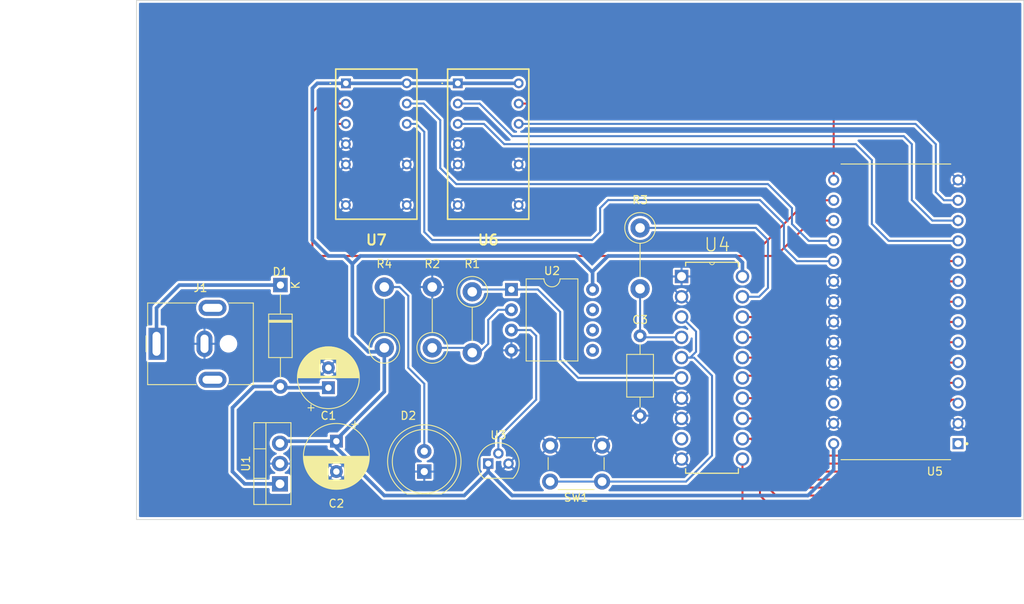
<source format=kicad_pcb>
(kicad_pcb (version 20211014) (generator pcbnew)
  (title_block (title "Capteur de température") (date "2023-12-16") (rev "0") (company "ESME") (comment 1 "16_12_2023 Création de la 1 ère version de routage"))
  (layers (0 "F.Cu" signal) (31 "B.Cu" signal) (34 "B.Paste" user) (35 "F.Paste" user) (36 "B.SilkS" user "B.Silkscreen") (37 "F.SilkS" user "F.Silkscreen") (38 "B.Mask" user) (39 "F.Mask" user) (44 "Edge.Cuts" user))
  (net 0 "")
  (net 1 "Net-(C1-Pad1)")
  (net 2 "GND")
  (net 3 "+5V")
  (net 4 "Net-(U4-Pad4)")
  (net 5 "Net-(J1-Pad1)")
  (net 6 "Net-(D2-Pad2)")
  (net 7 "Vcapteur")
  (net 8 "Net-(R1-Pad2)")
  (net 9 "Net-(U4-Pad19)")
  (net 10 "Net-(U4-Pad3)")
  (net 11 "Net-(U2-Pad3)")
  (net 12 "Net-(U4-Pad11)")
  (net 13 "Net-(U4-Pad12)")
  (net 14 "Net-(U4-Pad13)")
  (net 15 "Net-(U4-Pad14)")
  (net 16 "Net-(U4-Pad15)")
  (net 17 "Net-(U4-Pad16)")
  (net 18 "Net-(U4-Pad17)")
  (net 19 "Net-(U4-Pad18)")
  (net 20 "B0")
  (net 21 "B1")
  (net 22 "B2")
  (net 23 "B3")
  (net 24 "B4")
  (net 25 "B5")
  (net 26 "B6")
  (net 27 "B7")
  (footprint "Package_TO_SOT_THT:TO-92" (layer "F.Cu") (at 106 80)
    (fp_text reference "U3" (at 1.27 -3.56) (layer "F.SilkS"))
    (fp_text value "LM35-LP")
    (pad "1" thru_hole rect (at 0 0) (size 1.3 1.3) (drill 0.75) (layers *.Cu *.Mask) (net 3 "+5V"))
    (pad "2" thru_hole circle (at 1.27 -1.27) (size 1.3 1.3) (drill 0.75) (layers *.Cu *.Mask) (net 11 "Net-(U2-Pad3)"))
    (pad "3" thru_hole circle (at 2.54 0) (size 1.3 1.3) (drill 0.75) (layers *.Cu *.Mask) (net 2 "GND"))
  )
  (footprint "Package_DIP:DIP-8_W10.16mm" (layer "F.Cu") (at 108.9 58.2)
    (fp_text reference "U2" (at 5.08 -2.33) (layer "F.SilkS"))
    (fp_text value "MCP602")
    (pad "1" thru_hole rect (at 0 0) (size 1.6 1.6) (drill 0.8) (layers *.Cu *.Mask) (net 7 "Vcapteur"))
    (pad "2" thru_hole oval (at 0 2.54) (size 1.6 1.6) (drill 0.8) (layers *.Cu *.Mask) (net 8 "Net-(R1-Pad2)"))
    (pad "3" thru_hole oval (at 0 5.08) (size 1.6 1.6) (drill 0.8) (layers *.Cu *.Mask) (net 11 "Net-(U2-Pad3)"))
    (pad "4" thru_hole oval (at 0 7.62) (size 1.6 1.6) (drill 0.8) (layers *.Cu *.Mask) (net 2 "GND"))
    (pad "5" thru_hole oval (at 10.16 7.62) (size 1.6 1.6) (drill 0.8) (layers *.Cu *.Mask))
    (pad "6" thru_hole oval (at 10.16 5.08) (size 1.6 1.6) (drill 0.8) (layers *.Cu *.Mask))
    (pad "7" thru_hole oval (at 10.16 2.54) (size 1.6 1.6) (drill 0.8) (layers *.Cu *.Mask))
    (pad "8" thru_hole oval (at 10.16 0) (size 1.6 1.6) (drill 0.8) (layers *.Cu *.Mask) (net 3 "+5V"))
  )
  (footprint "Connector_BarrelJack:BarrelJack_CUI_PJ-063AH_Horizontal" (layer "F.Cu") (at 64.5 65 90)
    (fp_text reference "J1" (at 7 5.5 180) (layer "F.SilkS"))
    (fp_text value "Barrel_Jack")
    (pad "" np_thru_hole circle (at 0 9 90) (size 1.6 1.6) (drill 1.6) (layers *.Cu *.Mask))
    (pad "1" thru_hole rect (at 0 0 90) (size 4 2) (drill oval 3 1) (layers *.Cu *.Mask) (net 5 "Net-(J1-Pad1)"))
    (pad "2" thru_hole oval (at 0 6 90) (size 3.3 2) (drill oval 2.3 1) (layers *.Cu *.Mask) (net 2 "GND"))
    (pad "MP" thru_hole oval (at -4.5 7 90) (size 2 3.5) (drill oval 1 2.5) (layers *.Cu *.Mask))
    (pad "MP" thru_hole oval (at 4.5 7 90) (size 2 3.5) (drill oval 1 2.5) (layers *.Cu *.Mask))
  )
  (footprint "Resistor_THT:R_Axial_DIN0411_L9.9mm_D3.6mm_P7.62mm_Vertical" (layer "F.Cu") (at 125 50.49 -90)
    (fp_text reference "R3" (at -3.49 0 180) (layer "F.SilkS"))
    (fp_text value "10K")
    (pad "1" thru_hole circle (at 0 0 270) (size 2.4 2.4) (drill 1.2) (layers *.Cu *.Mask) (net 9 "Net-(U4-Pad19)"))
    (pad "2" thru_hole oval (at 7.62 0 270) (size 2.4 2.4) (drill 1.2) (layers *.Cu *.Mask) (net 4 "Net-(U4-Pad4)"))
  )
  (footprint "LED_THT:LED_D8.0mm" (layer "F.Cu") (at 98 81 90)
    (fp_text reference "D2" (at 7 -2 180) (layer "F.SilkS"))
    (fp_text value "LED")
    (pad "1" thru_hole rect (at 0 0 90) (size 1.8 1.8) (drill 0.9) (layers *.Cu *.Mask) (net 2 "GND"))
    (pad "2" thru_hole circle (at 2.54 0 90) (size 1.8 1.8) (drill 0.9) (layers *.Cu *.Mask) (net 6 "Net-(D2-Pad2)"))
  )
  (footprint "Resistor_THT:R_Axial_DIN0411_L9.9mm_D3.6mm_P7.62mm_Vertical" (layer "F.Cu") (at 104 58.49 -90)
    (fp_text reference "R1" (at -3.49 0 180) (layer "F.SilkS"))
    (fp_text value "90K")
    (pad "1" thru_hole circle (at 0 0 270) (size 2.4 2.4) (drill 1.2) (layers *.Cu *.Mask) (net 7 "Vcapteur"))
    (pad "2" thru_hole oval (at 7.62 0 270) (size 2.4 2.4) (drill 1.2) (layers *.Cu *.Mask) (net 8 "Net-(R1-Pad2)"))
  )
  (footprint "lib:EEPROM" (layer "F.Cu") (at 157 61 180)
    (fp_text reference "U5" (at -4.875 -19.985) (layer "F.SilkS"))
    (fp_text value "AT28C64B-15PU")
    (pad "1" thru_hole rect (at -7.77875 -16.51 180) (size 1.378 1.378) (drill 0.87) (layers *.Cu *.Mask))
    (pad "2" thru_hole circle (at -7.77875 -13.97 180) (size 1.378 1.378) (drill 0.87) (layers *.Cu *.Mask) (net 2 "GND"))
    (pad "3" thru_hole circle (at -7.77875 -11.43 180) (size 1.378 1.378) (drill 0.87) (layers *.Cu *.Mask) (net 12 "Net-(U4-Pad11)"))
    (pad "4" thru_hole circle (at -7.77875 -8.89 180) (size 1.378 1.378) (drill 0.87) (layers *.Cu *.Mask) (net 13 "Net-(U4-Pad12)"))
    (pad "5" thru_hole circle (at -7.77875 -6.35 180) (size 1.378 1.378) (drill 0.87) (layers *.Cu *.Mask) (net 14 "Net-(U4-Pad13)"))
    (pad "6" thru_hole circle (at -7.77875 -3.81 180) (size 1.378 1.378) (drill 0.87) (layers *.Cu *.Mask) (net 15 "Net-(U4-Pad14)"))
    (pad "7" thru_hole circle (at -7.77875 -1.27 180) (size 1.378 1.378) (drill 0.87) (layers *.Cu *.Mask) (net 16 "Net-(U4-Pad15)"))
    (pad "8" thru_hole circle (at -7.77875 1.27 180) (size 1.378 1.378) (drill 0.87) (layers *.Cu *.Mask) (net 17 "Net-(U4-Pad16)"))
    (pad "9" thru_hole circle (at -7.77875 3.81 180) (size 1.378 1.378) (drill 0.87) (layers *.Cu *.Mask) (net 18 "Net-(U4-Pad17)"))
    (pad "10" thru_hole circle (at -7.77875 6.35 180) (size 1.378 1.378) (drill 0.87) (layers *.Cu *.Mask) (net 19 "Net-(U4-Pad18)"))
    (pad "11" thru_hole circle (at -7.77875 8.89 180) (size 1.378 1.378) (drill 0.87) (layers *.Cu *.Mask) (net 20 "B0"))
    (pad "12" thru_hole circle (at -7.77875 11.43 180) (size 1.378 1.378) (drill 0.87) (layers *.Cu *.Mask) (net 21 "B1"))
    (pad "13" thru_hole circle (at -7.77875 13.97 180) (size 1.378 1.378) (drill 0.87) (layers *.Cu *.Mask) (net 22 "B2"))
    (pad "14" thru_hole circle (at -7.77875 16.51 180) (size 1.378 1.378) (drill 0.87) (layers *.Cu *.Mask) (net 2 "GND"))
    (pad "15" thru_hole circle (at 7.77875 16.51 180) (size 1.378 1.378) (drill 0.87) (layers *.Cu *.Mask) (net 23 "B3"))
    (pad "16" thru_hole circle (at 7.77875 13.97 180) (size 1.378 1.378) (drill 0.87) (layers *.Cu *.Mask) (net 24 "B4"))
    (pad "17" thru_hole circle (at 7.77875 11.43 180) (size 1.378 1.378) (drill 0.87) (layers *.Cu *.Mask) (net 25 "B5"))
    (pad "18" thru_hole circle (at 7.77875 8.89 180) (size 1.378 1.378) (drill 0.87) (layers *.Cu *.Mask) (net 26 "B6"))
    (pad "19" thru_hole circle (at 7.77875 6.35 180) (size 1.378 1.378) (drill 0.87) (layers *.Cu *.Mask) (net 27 "B7"))
    (pad "20" thru_hole circle (at 7.77875 3.81 180) (size 1.378 1.378) (drill 0.87) (layers *.Cu *.Mask) (net 2 "GND"))
    (pad "21" thru_hole circle (at 7.77875 1.27 180) (size 1.378 1.378) (drill 0.87) (layers *.Cu *.Mask) (net 2 "GND"))
    (pad "22" thru_hole circle (at 7.77875 -1.27 180) (size 1.378 1.378) (drill 0.87) (layers *.Cu *.Mask) (net 2 "GND"))
    (pad "23" thru_hole circle (at 7.77875 -3.81 180) (size 1.378 1.378) (drill 0.87) (layers *.Cu *.Mask) (net 2 "GND"))
    (pad "24" thru_hole circle (at 7.77875 -6.35 180) (size 1.378 1.378) (drill 0.87) (layers *.Cu *.Mask) (net 2 "GND"))
    (pad "25" thru_hole circle (at 7.77875 -8.89 180) (size 1.378 1.378) (drill 0.87) (layers *.Cu *.Mask) (net 2 "GND"))
    (pad "26" thru_hole circle (at 7.77875 -11.43 180) (size 1.378 1.378) (drill 0.87) (layers *.Cu *.Mask))
    (pad "27" thru_hole circle (at 7.77875 -13.97 180) (size 1.378 1.378) (drill 0.87) (layers *.Cu *.Mask) (net 2 "GND"))
    (pad "28" thru_hole circle (at 7.77875 -16.51 180) (size 1.378 1.378) (drill 0.87) (layers *.Cu *.Mask) (net 3 "+5V"))
  )
  (footprint "Capacitor_THT:CP_Radial_D7.5mm_P2.50mm" (layer "F.Cu") (at 86 70.5 90)
    (fp_text reference "C1" (at -3.5 0 180) (layer "F.SilkS"))
    (fp_text value "0,33 uF")
    (pad "1" thru_hole rect (at 0 0 90) (size 1.6 1.6) (drill 0.8) (layers *.Cu *.Mask) (net 1 "Net-(C1-Pad1)"))
    (pad "2" thru_hole circle (at 2.5 0 90) (size 1.6 1.6) (drill 0.8) (layers *.Cu *.Mask) (net 2 "GND"))
  )
  (footprint "Diode_THT:D_A-405_P12.70mm_Horizontal" (layer "F.Cu") (at 80 57.65 -90)
    (fp_text reference "D1" (at -1.65 0 180) (layer "F.SilkS"))
    (fp_text value "DIODE")
    (fp_text user "K" (at 0 -1.9 90) (layer "F.SilkS"))
    (pad "1" thru_hole rect (at 0 0 270) (size 1.8 1.8) (drill 0.9) (layers *.Cu *.Mask) (net 5 "Net-(J1-Pad1)"))
    (pad "2" thru_hole oval (at 12.7 0 270) (size 1.8 1.8) (drill 0.9) (layers *.Cu *.Mask) (net 1 "Net-(C1-Pad1)"))
  )
  (footprint "Resistor_THT:R_Axial_DIN0411_L9.9mm_D3.6mm_P7.62mm_Vertical" (layer "F.Cu") (at 99 65.51 90)
    (fp_text reference "R2" (at 10.51 0 180) (layer "F.SilkS"))
    (fp_text value "10K")
    (pad "1" thru_hole circle (at 0 0 90) (size 2.4 2.4) (drill 1.2) (layers *.Cu *.Mask) (net 8 "Net-(R1-Pad2)"))
    (pad "2" thru_hole oval (at 7.62 0 90) (size 2.4 2.4) (drill 1.2) (layers *.Cu *.Mask) (net 2 "GND"))
  )
  (footprint "lib:DIP254P762X508-20" (layer "F.Cu") (at 137.81 79.43)
    (fp_text reference "U4" (at -3.15389 -26.83352) (layer "F.SilkS") (effects (font (size 1.642236 1.642236))))
    (fp_text value "ADC0801LCN")
    (pad "1" thru_hole rect (at -7.62 -22.86) (size 1.6764 1.6764) (drill 1.1176) (layers *.Cu *.Mask) (net 2 "GND"))
    (pad "2" thru_hole circle (at -7.62 -20.32) (size 1.6764 1.6764) (drill 1.1176) (layers *.Cu *.Mask) (net 2 "GND"))
    (pad "3" thru_hole circle (at -7.62 -17.78) (size 1.6764 1.6764) (drill 1.1176) (layers *.Cu *.Mask) (net 10 "Net-(U4-Pad3)"))
    (pad "4" thru_hole circle (at -7.62 -15.24) (size 1.6764 1.6764) (drill 1.1176) (layers *.Cu *.Mask) (net 4 "Net-(U4-Pad4)"))
    (pad "5" thru_hole circle (at -7.62 -12.7) (size 1.6764 1.6764) (drill 1.1176) (layers *.Cu *.Mask) (net 10 "Net-(U4-Pad3)"))
    (pad "6" thru_hole circle (at -7.62 -10.16) (size 1.6764 1.6764) (drill 1.1176) (layers *.Cu *.Mask) (net 7 "Vcapteur"))
    (pad "7" thru_hole circle (at -7.62 -7.62) (size 1.6764 1.6764) (drill 1.1176) (layers *.Cu *.Mask) (net 2 "GND"))
    (pad "8" thru_hole circle (at -7.62 -5.08) (size 1.6764 1.6764) (drill 1.1176) (layers *.Cu *.Mask) (net 2 "GND"))
    (pad "9" thru_hole circle (at -7.62 -2.54) (size 1.6764 1.6764) (drill 1.1176) (layers *.Cu *.Mask))
    (pad "10" thru_hole circle (at -7.62 0) (size 1.6764 1.6764) (drill 1.1176) (layers *.Cu *.Mask) (net 2 "GND"))
    (pad "11" thru_hole circle (at 0 0) (size 1.6764 1.6764) (drill 1.1176) (layers *.Cu *.Mask) (net 12 "Net-(U4-Pad11)"))
    (pad "12" thru_hole circle (at 0 -2.54) (size 1.6764 1.6764) (drill 1.1176) (layers *.Cu *.Mask) (net 13 "Net-(U4-Pad12)"))
    (pad "13" thru_hole circle (at 0 -5.08) (size 1.6764 1.6764) (drill 1.1176) (layers *.Cu *.Mask) (net 14 "Net-(U4-Pad13)"))
    (pad "14" thru_hole circle (at 0 -7.62) (size 1.6764 1.6764) (drill 1.1176) (layers *.Cu *.Mask) (net 15 "Net-(U4-Pad14)"))
    (pad "15" thru_hole circle (at 0 -10.16) (size 1.6764 1.6764) (drill 1.1176) (layers *.Cu *.Mask) (net 16 "Net-(U4-Pad15)"))
    (pad "16" thru_hole circle (at 0 -12.7) (size 1.6764 1.6764) (drill 1.1176) (layers *.Cu *.Mask) (net 17 "Net-(U4-Pad16)"))
    (pad "17" thru_hole circle (at 0 -15.24) (size 1.6764 1.6764) (drill 1.1176) (layers *.Cu *.Mask) (net 18 "Net-(U4-Pad17)"))
    (pad "18" thru_hole circle (at 0 -17.78) (size 1.6764 1.6764) (drill 1.1176) (layers *.Cu *.Mask) (net 19 "Net-(U4-Pad18)"))
    (pad "19" thru_hole circle (at 0 -20.32) (size 1.6764 1.6764) (drill 1.1176) (layers *.Cu *.Mask) (net 9 "Net-(U4-Pad19)"))
    (pad "20" thru_hole circle (at 0 -22.86) (size 1.6764 1.6764) (drill 1.1176) (layers *.Cu *.Mask) (net 3 "+5V"))
  )
  (footprint "Package_TO_SOT_THT:TO-220-3_Vertical" (layer "F.Cu") (at 79.945 82.54 90)
    (fp_text reference "U1" (at 2.54 -4.27 90) (layer "F.SilkS"))
    (fp_text value "LM7805_TO220")
    (pad "1" thru_hole rect (at 0 0 90) (size 1.905 2) (drill 1.1) (layers *.Cu *.Mask) (net 1 "Net-(C1-Pad1)"))
    (pad "2" thru_hole oval (at 2.54 0 90) (size 1.905 2) (drill 1.1) (layers *.Cu *.Mask) (net 2 "GND"))
    (pad "3" thru_hole oval (at 5.08 0 90) (size 1.905 2) (drill 1.1) (layers *.Cu *.Mask) (net 3 "+5V"))
  )
  (footprint "Resistor_THT:R_Axial_DIN0411_L9.9mm_D3.6mm_P7.62mm_Vertical" (layer "F.Cu") (at 93 65.51 90)
    (fp_text reference "R4" (at 10.51 0 180) (layer "F.SilkS"))
    (fp_text value "10K")
    (pad "1" thru_hole circle (at 0 0 90) (size 2.4 2.4) (drill 1.2) (layers *.Cu *.Mask) (net 3 "+5V"))
    (pad "2" thru_hole oval (at 7.62 0 90) (size 2.4 2.4) (drill 1.2) (layers *.Cu *.Mask) (net 6 "Net-(D2-Pad2)"))
  )
  (footprint "lib:TIL311" (layer "F.Cu") (at 102.19 32.38)
    (fp_text reference "U6" (at 3.81 19.62) (layer "F.SilkS") (effects (font (size 1.27 1.27) (thickness 0.254))))
    (fp_text value "TIL311" hide)
    (pad "1" thru_hole rect (at 0 0) (size 1.217 1.217) (drill 0.71) (layers *.Cu *.Mask) (net 3 "+5V"))
    (pad "2" thru_hole circle (at 0 2.54) (size 1.217 1.217) (drill 0.71) (layers *.Cu *.Mask) (net 21 "B1"))
    (pad "3" thru_hole circle (at 0 5.08) (size 1.217 1.217) (drill 0.71) (layers *.Cu *.Mask) (net 20 "B0"))
    (pad "4" thru_hole circle (at 0 7.62) (size 1.217 1.217) (drill 0.71) (layers *.Cu *.Mask) (net 2 "GND"))
    (pad "5" thru_hole circle (at 0 10.16) (size 1.217 1.217) (drill 0.71) (layers *.Cu *.Mask) (net 2 "GND"))
    (pad "7" thru_hole circle (at 0 15.24) (size 1.217 1.217) (drill 0.71) (layers *.Cu *.Mask) (net 2 "GND"))
    (pad "8" thru_hole circle (at 7.62 15.24) (size 1.217 1.217) (drill 0.71) (layers *.Cu *.Mask) (net 2 "GND"))
    (pad "10" thru_hole circle (at 7.62 10.16) (size 1.217 1.217) (drill 0.71) (layers *.Cu *.Mask) (net 2 "GND"))
    (pad "12" thru_hole circle (at 7.62 5.08) (size 1.217 1.217) (drill 0.71) (layers *.Cu *.Mask) (net 22 "B2"))
    (pad "13" thru_hole circle (at 7.62 2.54) (size 1.217 1.217) (drill 0.71) (layers *.Cu *.Mask) (net 23 "B3"))
    (pad "14" thru_hole circle (at 7.62 0) (size 1.217 1.217) (drill 0.71) (layers *.Cu *.Mask) (net 3 "+5V"))
  )
  (footprint "Capacitor_THT:CP_Radial_D8.0mm_P3.80mm" (layer "F.Cu") (at 87 77.197349 -90)
    (fp_text reference "C2" (at 7.802651 0 180) (layer "F.SilkS"))
    (fp_text value "0,33 uF")
    (pad "1" thru_hole rect (at 0 0 270) (size 1.6 1.6) (drill 0.8) (layers *.Cu *.Mask) (net 3 "+5V"))
    (pad "2" thru_hole circle (at 3.8 0 270) (size 1.6 1.6) (drill 0.8) (layers *.Cu *.Mask) (net 2 "GND"))
  )
  (footprint "Button_Switch_THT:SW_PUSH_6mm_H13mm" (layer "F.Cu") (at 120.25 82.25 180)
    (fp_text reference "SW1" (at 3.25 -2) (layer "F.SilkS"))
    (fp_text value "SW_Push_Dual_x2")
    (pad "1" thru_hole circle (at 6.5 0 270) (size 2 2) (drill 1.1) (layers *.Cu *.Mask) (net 10 "Net-(U4-Pad3)"))
    (pad "1" thru_hole circle (at 0 0 270) (size 2 2) (drill 1.1) (layers *.Cu *.Mask) (net 10 "Net-(U4-Pad3)"))
    (pad "2" thru_hole circle (at 0 4.5 270) (size 2 2) (drill 1.1) (layers *.Cu *.Mask) (net 2 "GND"))
    (pad "2" thru_hole circle (at 6.5 4.5 270) (size 2 2) (drill 1.1) (layers *.Cu *.Mask) (net 2 "GND"))
  )
  (footprint "lib:TIL311" (layer "F.Cu") (at 88.19 32.38)
    (fp_text reference "U7" (at 3.81 19.62) (layer "F.SilkS") (effects (font (size 1.27 1.27) (thickness 0.254))))
    (fp_text value "TIL311" hide)
    (pad "1" thru_hole rect (at 0 0) (size 1.217 1.217) (drill 0.71) (layers *.Cu *.Mask) (net 3 "+5V"))
    (pad "2" thru_hole circle (at 0 2.54) (size 1.217 1.217) (drill 0.71) (layers *.Cu *.Mask) (net 25 "B5"))
    (pad "3" thru_hole circle (at 0 5.08) (size 1.217 1.217) (drill 0.71) (layers *.Cu *.Mask) (net 24 "B4"))
    (pad "4" thru_hole circle (at 0 7.62) (size 1.217 1.217) (drill 0.71) (layers *.Cu *.Mask) (net 2 "GND"))
    (pad "5" thru_hole circle (at 0 10.16) (size 1.217 1.217) (drill 0.71) (layers *.Cu *.Mask) (net 2 "GND"))
    (pad "7" thru_hole circle (at 0 15.24) (size 1.217 1.217) (drill 0.71) (layers *.Cu *.Mask) (net 2 "GND"))
    (pad "8" thru_hole circle (at 7.62 15.24) (size 1.217 1.217) (drill 0.71) (layers *.Cu *.Mask) (net 2 "GND"))
    (pad "10" thru_hole circle (at 7.62 10.16) (size 1.217 1.217) (drill 0.71) (layers *.Cu *.Mask) (net 2 "GND"))
    (pad "12" thru_hole circle (at 7.62 5.08) (size 1.217 1.217) (drill 0.71) (layers *.Cu *.Mask) (net 27 "B7"))
    (pad "13" thru_hole circle (at 7.62 2.54) (size 1.217 1.217) (drill 0.71) (layers *.Cu *.Mask) (net 26 "B6"))
    (pad "14" thru_hole circle (at 7.62 0) (size 1.217 1.217) (drill 0.71) (layers *.Cu *.Mask) (net 3 "+5V"))
  )
  (footprint "Capacitor_THT:C_Axial_L5.1mm_D3.1mm_P10.00mm_Horizontal" (layer "F.Cu") (at 125 64 -90)
    (fp_text reference "C3" (at -2 0) (layer "F.SilkS"))
    (fp_text value "150pF")
    (pad "1" thru_hole circle (at 0 0 270) (size 1.6 1.6) (drill 0.8) (layers *.Cu *.Mask) (net 4 "Net-(U4-Pad4)"))
    (pad "2" thru_hole oval (at 10 0 270) (size 1.6 1.6) (drill 0.8) (layers *.Cu *.Mask) (net 2 "GND"))
  )
  (gr_line (start 62 22) (end 173 22) (layer "Edge.Cuts") (width 0.1))
  (gr_line (start 62 87) (end 62 22) (layer "Edge.Cuts") (width 0.1))
  (gr_line (start 173 87) (end 62 87) (layer "Edge.Cuts") (width 0.1))
  (gr_line (start 173 22) (end 173 87) (layer "Edge.Cuts") (width 0.1))
  (segment (start 76.65 70.35) (end 80 70.35) (width 0.45) (layer "B.Cu") (net 1))
  (segment (start 75.54 82.54) (end 74 81) (width 0.45) (layer "B.Cu") (net 1))
  (segment (start 74 81) (end 74 73) (width 0.45) (layer "B.Cu") (net 1))
  (segment (start 80.15 70.5) (end 80 70.35) (width 0.45) (layer "B.Cu") (net 1))
  (segment (start 74 73) (end 76.65 70.35) (width 0.45) (layer "B.Cu") (net 1))
  (segment (start 79.945 82.54) (end 75.54 82.54) (width 0.45) (layer "B.Cu") (net 1))
  (segment (start 86 70.5) (end 80.15 70.5) (width 0.45) (layer "B.Cu") (net 1))
  (segment (start 81.055 80) (end 79 80) (width 0.25) (layer "B.Cu") (net 2))
  (segment (start 89 55) (end 88 54) (width 0.45) (layer "B.Cu") (net 3))
  (segment (start 106 81) (end 109 84) (width 0.45) (layer "B.Cu") (net 3))
  (segment (start 119.06 56.06) (end 117 54) (width 0.45) (layer "B.Cu") (net 3))
  (segment (start 88 54) (end 86 54) (width 0.45) (layer "B.Cu") (net 3))
  (segment (start 84 33) (end 84.62 32.38) (width 0.45) (layer "B.Cu") (net 3))
  (segment (start 87 77.197349) (end 87 77) (width 0.45) (layer "B.Cu") (net 3))
  (segment (start 87 78) (end 87 77.197349) (width 0.45) (layer "B.Cu") (net 3))
  (segment (start 106 81) (end 103 84) (width 0.45) (layer "B.Cu") (net 3))
  (segment (start 92.51 66) (end 93 65.51) (width 0.45) (layer "B.Cu") (net 3))
  (segment (start 90 54) (end 89 55) (width 0.45) (layer "B.Cu") (net 3))
  (segment (start 88.19 32.38) (end 109.81 32.38) (width 0.45) (layer "B.Cu") (net 3))
  (segment (start 84.62 32.38) (end 88.19 32.38) (width 0.45) (layer "B.Cu") (net 3))
  (segment (start 121 54) (end 119 56) (width 0.45) (layer "B.Cu") (net 3))
  (segment (start 137.81 56.57) (end 137.81 54.81) (width 0.45) (layer "B.Cu") (net 3))
  (segment (start 137 54) (end 121 54) (width 0.45) (layer "B.Cu") (net 3))
  (segment (start 146 84) (end 149.22125 80.77875) (width 0.45) (layer "B.Cu") (net 3))
  (segment (start 84 52) (end 84 33) (width 0.45) (layer "B.Cu") (net 3))
  (segment (start 119.06 58.2) (end 119.06 56.06) (width 0.45) (layer "B.Cu") (net 3))
  (segment (start 93 84) (end 87 78) (width 0.45) (layer "B.Cu") (net 3))
  (segment (start 117 54) (end 90 54) (width 0.45) (layer "B.Cu") (net 3))
  (segment (start 87 77) (end 93 71) (width 0.45) (layer "B.Cu") (net 3))
  (segment (start 91 66) (end 92.51 66) (width 0.45) (layer "B.Cu") (net 3))
  (segment (start 149.22125 80.77875) (end 149.22125 77.51) (width 0.45) (layer "B.Cu") (net 3))
  (segment (start 80.207651 77.197349) (end 87 77.197349) (width 0.45) (layer "B.Cu") (net 3))
  (segment (start 79.945 77.46) (end 80.207651 77.197349) (width 0.45) (layer "B.Cu") (net 3))
  (segment (start 103 84) (end 93 84) (width 0.45) (layer "B.Cu") (net 3))
  (segment (start 93 71) (end 93 65.51) (width 0.45) (layer "B.Cu") (net 3))
  (segment (start 106 80) (end 106 81) (width 0.45) (layer "B.Cu") (net 3))
  (segment (start 109 84) (end 146 84) (width 0.45) (layer "B.Cu") (net 3))
  (segment (start 137.81 54.81) (end 137 54) (width 0.45) (layer "B.Cu") (net 3))
  (segment (start 86 54) (end 84 52) (width 0.45) (layer "B.Cu") (net 3))
  (segment (start 89 64) (end 91 66) (width 0.45) (layer "B.Cu") (net 3))
  (segment (start 89 55) (end 89 64) (width 0.45) (layer "B.Cu") (net 3))
  (segment (start 125.19 64.19) (end 125 64) (width 0.25) (layer "B.Cu") (net 4))
  (segment (start 125 64) (end 125 58.11) (width 0.25) (layer "B.Cu") (net 4))
  (segment (start 130.19 64.19) (end 125.19 64.19) (width 0.25) (layer "B.Cu") (net 4))
  (segment (start 67.35 57.65) (end 64.5 60.5) (width 0.45) (layer "B.Cu") (net 5))
  (segment (start 80 57.65) (end 67.35 57.65) (width 0.45) (layer "B.Cu") (net 5))
  (segment (start 64.5 60.5) (end 64.5 65) (width 0.45) (layer "B.Cu") (net 5))
  (segment (start 96 59) (end 94.89 57.89) (width 0.25) (layer "B.Cu") (net 6))
  (segment (start 98 70) (end 96 68) (width 0.25) (layer "B.Cu") (net 6))
  (segment (start 96 68) (end 96 59) (width 0.25) (layer "B.Cu") (net 6))
  (segment (start 98 78.46) (end 98 70) (width 0.25) (layer "B.Cu") (net 6))
  (segment (start 94.89 57.89) (end 93 57.89) (width 0.25) (layer "B.Cu") (net 6))
  (segment (start 104.29 58.2) (end 104 58.49) (width 0.25) (layer "B.Cu") (net 7))
  (segment (start 112.2 58.2) (end 115 61) (width 0.25) (layer "B.Cu") (net 7))
  (segment (start 108.9 58.2) (end 112.2 58.2) (width 0.25) (layer "B.Cu") (net 7))
  (segment (start 115 61) (end 115 67) (width 0.25) (layer "B.Cu") (net 7))
  (segment (start 108.9 58.2) (end 104.29 58.2) (width 0.25) (layer "B.Cu") (net 7))
  (segment (start 115 67) (end 117.27 69.27) (width 0.25) (layer "B.Cu") (net 7))
  (segment (start 117.27 69.27) (end 130.19 69.27) (width 0.25) (layer "B.Cu") (net 7))
  (segment (start 104 66.11) (end 104.89 66.11) (width 0.25) (layer "B.Cu") (net 8))
  (segment (start 107.26 60.74) (end 108.9 60.74) (width 0.25) (layer "B.Cu") (net 8))
  (segment (start 104.89 66.11) (end 106 65) (width 0.25) (layer "B.Cu") (net 8))
  (segment (start 99 65.51) (end 103.4 65.51) (width 0.25) (layer "B.Cu") (net 8))
  (segment (start 106 62) (end 107.26 60.74) (width 0.25) (layer "B.Cu") (net 8))
  (segment (start 103.4 65.51) (end 104 66.11) (width 0.25) (layer "B.Cu") (net 8))
  (segment (start 106 65) (end 106 62) (width 0.25) (layer "B.Cu") (net 8))
  (segment (start 139.89 59.11) (end 141 58) (width 0.25) (layer "B.Cu") (net 9))
  (segment (start 139.49 50.49) (end 125 50.49) (width 0.25) (layer "B.Cu") (net 9))
  (segment (start 141 52) (end 139.49 50.49) (width 0.25) (layer "B.Cu") (net 9))
  (segment (start 141 58) (end 141 52) (width 0.25) (layer "B.Cu") (net 9))
  (segment (start 137.81 59.11) (end 139.89 59.11) (width 0.25) (layer "B.Cu") (net 9))
  (segment (start 134 69) (end 131.73 66.73) (width 0.25) (layer "B.Cu") (net 10))
  (segment (start 131.73 66.73) (end 130.19 66.73) (width 0.25) (layer "B.Cu") (net 10))
  (segment (start 113.75 82.25) (end 120.25 82.25) (width 0.25) (layer "B.Cu") (net 10))
  (segment (start 130.19 61.65) (end 132 63.46) (width 0.25) (layer "B.Cu") (net 10))
  (segment (start 130.75 82.25) (end 134 79) (width 0.25) (layer "B.Cu") (net 10))
  (segment (start 132 63.46) (end 132 66) (width 0.25) (layer "B.Cu") (net 10))
  (segment (start 132 66) (end 131.27 66.73) (width 0.25) (layer "B.Cu") (net 10))
  (segment (start 131.27 66.73) (end 130.19 66.73) (width 0.25) (layer "B.Cu") (net 10))
  (segment (start 134 79) (end 134 69) (width 0.25) (layer "B.Cu") (net 10))
  (segment (start 120.25 82.25) (end 130.75 82.25) (width 0.25) (layer "B.Cu") (net 10))
  (segment (start 112 64) (end 112 72) (width 0.25) (layer "B.Cu") (net 11))
  (segment (start 112 72) (end 107.27 76.73) (width 0.25) (layer "B.Cu") (net 11))
  (segment (start 107.27 76.73) (end 107.27 78.73) (width 0.25) (layer "B.Cu") (net 11))
  (segment (start 108.9 63.28) (end 111.28 63.28) (width 0.25) (layer "B.Cu") (net 11))
  (segment (start 111.28 63.28) (end 112 64) (width 0.25) (layer "B.Cu") (net 11))
  (segment (start 164 72) (end 164.34875 72) (width 0.25) (layer "F.Cu") (net 12))
  (segment (start 137.81 79.43) (end 137.81 84.81) (width 0.25) (layer "F.Cu") (net 12))
  (segment (start 137.81 84.81) (end 139 86) (width 0.25) (layer "F.Cu") (net 12))
  (segment (start 164.34875 72) (end 164.77875 72.43) (width 0.25) (layer "F.Cu") (net 12))
  (segment (start 139 86) (end 162 86) (width 0.25) (layer "F.Cu") (net 12))
  (segment (start 163 73) (end 164 72) (width 0.25) (layer "F.Cu") (net 12))
  (segment (start 163 85) (end 163 73) (width 0.25) (layer "F.Cu") (net 12))
  (segment (start 162 86) (end 163 85) (width 0.25) (layer "F.Cu") (net 12))
  (segment (start 161 85) (end 162 84) (width 0.25) (layer "F.Cu") (net 13))
  (segment (start 140 78) (end 140 84) (width 0.25) (layer "F.Cu") (net 13))
  (segment (start 141 85) (end 161 85) (width 0.25) (layer "F.Cu") (net 13))
  (segment (start 138.9732 76.9732) (end 139.0268 76.9732) (width 0.25) (layer "F.Cu") (net 13))
  (segment (start 162 71) (end 163.11 69.89) (width 0.25) (layer "F.Cu") (net 13))
  (segment (start 138.89 76.89) (end 138.9732 76.9732) (width 0.25) (layer "F.Cu") (net 13))
  (segment (start 140 84) (end 141 85) (width 0.25) (layer "F.Cu") (net 13))
  (segment (start 162 84) (end 162 71) (width 0.25) (layer "F.Cu") (net 13))
  (segment (start 139.0268 76.9732) (end 139.0268 77.0268) (width 0.25) (layer "F.Cu") (net 13))
  (segment (start 137.81 76.89) (end 138.89 76.89) (width 0.25) (layer "F.Cu") (net 13))
  (segment (start 163.11 69.89) (end 164.77875 69.89) (width 0.25) (layer "F.Cu") (net 13))
  (segment (start 139.0268 77.0268) (end 140 78) (width 0.25) (layer "F.Cu") (net 13))
  (segment (start 140.35 74.35) (end 141 75) (width 0.25) (layer "F.Cu") (net 14))
  (segment (start 161 68.35) (end 162 67.35) (width 0.25) (layer "F.Cu") (net 14))
  (segment (start 162 67.35) (end 164.77875 67.35) (width 0.25) (layer "F.Cu") (net 14))
  (segment (start 137.81 74.35) (end 140.35 74.35) (width 0.25) (layer "F.Cu") (net 14))
  (segment (start 141 83) (end 142 84) (width 0.25) (layer "F.Cu") (net 14))
  (segment (start 142 84) (end 160 84) (width 0.25) (layer "F.Cu") (net 14))
  (segment (start 161 83) (end 161 68.35) (width 0.25) (layer "F.Cu") (net 14))
  (segment (start 160 84) (end 161 83) (width 0.25) (layer "F.Cu") (net 14))
  (segment (start 141 75) (end 141 83) (width 0.25) (layer "F.Cu") (net 14))
  (segment (start 160 66) (end 161.19 64.81) (width 0.25) (layer "F.Cu") (net 15))
  (segment (start 142 83) (end 159 83) (width 0.25) (layer "F.Cu") (net 15))
  (segment (start 140.81 71.81) (end 142 73) (width 0.25) (layer "F.Cu") (net 15))
  (segment (start 160 82) (end 160 66) (width 0.25) (layer "F.Cu") (net 15))
  (segment (start 159 83) (end 160 82) (width 0.25) (layer "F.Cu") (net 15))
  (segment (start 137.81 71.81) (end 140.81 71.81) (width 0.25) (layer "F.Cu") (net 15))
  (segment (start 161.19 64.81) (end 164.77875 64.81) (width 0.25) (layer "F.Cu") (net 15))
  (segment (start 142 73) (end 142 83) (width 0.25) (layer "F.Cu") (net 15))
  (segment (start 159 63) (end 159.73 62.27) (width 0.25) (layer "F.Cu") (net 16))
  (segment (start 159.73 62.27) (end 164.77875 62.27) (width 0.25) (layer "F.Cu") (net 16))
  (segment (start 158 82) (end 159 81) (width 0.25) (layer "F.Cu") (net 16))
  (segment (start 143 81) (end 144 82) (width 0.25) (layer "F.Cu") (net 16))
  (segment (start 143 70) (end 143 81) (width 0.25) (layer "F.Cu") (net 16))
  (segment (start 142 69) (end 143 70) (width 0.25) (layer "F.Cu") (net 16))
  (segment (start 138.08 69) (end 142 69) (width 0.25) (layer "F.Cu") (net 16))
  (segment (start 144 82) (end 158 82) (width 0.25) (layer "F.Cu") (net 16))
  (segment (start 137.81 69.27) (end 138.08 69) (width 0.25) (layer "F.Cu") (net 16))
  (segment (start 159 81) (end 159 63) (width 0.25) (layer "F.Cu") (net 16))
  (segment (start 143.73 66.73) (end 144 67) (width 0.25) (layer "F.Cu") (net 17))
  (segment (start 158 61) (end 159.27 59.73) (width 0.25) (layer "F.Cu") (net 17))
  (segment (start 137.81 66.73) (end 143.73 66.73) (width 0.25) (layer "F.Cu") (net 17))
  (segment (start 159.27 59.73) (end 164.77875 59.73) (width 0.25) (layer "F.Cu") (net 17))
  (segment (start 157 81) (end 158 80) (width 0.25) (layer "F.Cu") (net 17))
  (segment (start 144 67) (end 144 81) (width 0.25) (layer "F.Cu") (net 17))
  (segment (start 144 81) (end 157 81) (width 0.25) (layer "F.Cu") (net 17))
  (segment (start 158 80) (end 158 61) (width 0.25) (layer "F.Cu") (net 17))
  (segment (start 144.19 64.19) (end 145 65) (width 0.25) (layer "F.Cu") (net 18))
  (segment (start 137.81 64.19) (end 144.19 64.19) (width 0.25) (layer "F.Cu") (net 18))
  (segment (start 146 80) (end 156 80) (width 0.25) (layer "F.Cu") (net 18))
  (segment (start 156 80) (end 157 79) (width 0.25) (layer "F.Cu") (net 18))
  (segment (start 157 79) (end 157 59) (width 0.25) (layer "F.Cu") (net 18))
  (segment (start 145 79) (end 146 80) (width 0.25) (layer "F.Cu") (net 18))
  (segment (start 157 59) (end 158.81 57.19) (width 0.25) (layer "F.Cu") (net 18))
  (segment (start 145 65) (end 145 79) (width 0.25) (layer "F.Cu") (net 18))
  (segment (start 158.81 57.19) (end 164.77875 57.19) (width 0.25) (layer "F.Cu") (net 18))
  (segment (start 146 63) (end 144.65 61.65) (width 0.25) (layer "F.Cu") (net 19))
  (segment (start 147 79) (end 146 78) (width 0.25) (layer "F.Cu") (net 19))
  (segment (start 156 78) (end 155 79) (width 0.25) (layer "F.Cu") (net 19))
  (segment (start 156 57) (end 156 78) (width 0.25) (layer "F.Cu") (net 19))
  (segment (start 146 78) (end 146 63) (width 0.25) (layer "F.Cu") (net 19))
  (segment (start 155 79) (end 147 79) (width 0.25) (layer "F.Cu") (net 19))
  (segment (start 144.65 61.65) (end 137.81 61.65) (width 0.25) (layer "F.Cu") (net 19))
  (segment (start 164.77875 54.65) (end 158.35 54.65) (width 0.25) (layer "F.Cu") (net 19))
  (segment (start 158.35 54.65) (end 156 57) (width 0.25) (layer "F.Cu") (net 19))
  (segment (start 105.46 37.46) (end 108 40) (width 0.25) (layer "B.Cu") (net 20))
  (segment (start 156.11 52.11) (end 164.77875 52.11) (width 0.25) (layer "B.Cu") (net 20))
  (segment (start 152 40) (end 154 42) (width 0.25) (layer "B.Cu") (net 20))
  (segment (start 154 42) (end 154 50) (width 0.25) (layer "B.Cu") (net 20))
  (segment (start 108 40) (end 152 40) (width 0.25) (layer "B.Cu") (net 20))
  (segment (start 154 50) (end 156.11 52.11) (width 0.25) (layer "B.Cu") (net 20))
  (segment (start 102.19 37.46) (end 105.46 37.46) (width 0.25) (layer "B.Cu") (net 20))
  (segment (start 164.77875 49.57) (end 161.57 49.57) (width 0.25) (layer "B.Cu") (net 21))
  (segment (start 161.57 49.57) (end 159 47) (width 0.25) (layer "B.Cu") (net 21))
  (segment (start 159 40) (end 158 39) (width 0.25) (layer "B.Cu") (net 21))
  (segment (start 109 39) (end 104.92 34.92) (width 0.25) (layer "B.Cu") (net 21))
  (segment (start 104.92 34.92) (end 102.19 34.92) (width 0.25) (layer "B.Cu") (net 21))
  (segment (start 158 39) (end 109 39) (width 0.25) (layer "B.Cu") (net 21))
  (segment (start 159 47) (end 159 40) (width 0.25) (layer "B.Cu") (net 21))
  (segment (start 159.46 37.46) (end 109.81 37.46) (width 0.25) (layer "B.Cu") (net 22))
  (segment (start 164.77875 47.03) (end 163.03 47.03) (width 0.25) (layer "B.Cu") (net 22))
  (segment (start 163.03 47.03) (end 162 46) (width 0.25) (layer "B.Cu") (net 22))
  (segment (start 162 46) (end 162 40) (width 0.25) (layer "B.Cu") (net 22))
  (segment (start 162 40) (end 159.46 37.46) (width 0.25) (layer "B.Cu") (net 22))
  (segment (start 149.22125 36.22125) (end 147.92 34.92) (width 0.25) (layer "F.Cu") (net 23))
  (segment (start 147.92 34.92) (end 109.81 34.92) (width 0.25) (layer "F.Cu") (net 23))
  (segment (start 149.22125 44.49) (end 149.22125 36.22125) (width 0.25) (layer "F.Cu") (net 23))
  (segment (start 85 38) (end 85 52) (width 0.25) (layer "F.Cu") (net 24))
  (segment (start 146.03 47.03) (end 149.22125 47.03) (width 0.25) (layer "F.Cu") (net 24))
  (segment (start 88.19 37.46) (end 85.54 37.46) (width 0.25) (layer "F.Cu") (net 24))
  (segment (start 85 52) (end 86 53) (width 0.25) (layer "F.Cu") (net 24))
  (segment (start 146 47) (end 146.03 47.03) (width 0.25) (layer "F.Cu") (net 24))
  (segment (start 85.54 37.46) (end 85 38) (width 0.25) (layer "F.Cu") (net 24))
  (segment (start 140 53) (end 146 47) (width 0.25) (layer "F.Cu") (net 24))
  (segment (start 86 53) (end 140 53) (width 0.25) (layer "F.Cu") (net 24))
  (segment (start 84 36) (end 84 53) (width 0.25) (layer "F.Cu") (net 25))
  (segment (start 142 54) (end 146.43 49.57) (width 0.25) (layer "F.Cu") (net 25))
  (segment (start 85 54) (end 142 54) (width 0.25) (layer "F.Cu") (net 25))
  (segment (start 84 53) (end 85 54) (width 0.25) (layer "F.Cu") (net 25))
  (segment (start 88.19 34.92) (end 85.08 34.92) (width 0.25) (layer "F.Cu") (net 25))
  (segment (start 146.43 49.57) (end 149.22125 49.57) (width 0.25) (layer "F.Cu") (net 25))
  (segment (start 85.08 34.92) (end 84 36) (width 0.25) (layer "F.Cu") (net 25))
  (segment (start 149.22125 52.11) (end 146.11 52.11) (width 0.25) (layer "B.Cu") (net 26))
  (segment (start 102 45) (end 100 43) (width 0.25) (layer "B.Cu") (net 26))
  (segment (start 141 45) (end 102 45) (width 0.25) (layer "B.Cu") (net 26))
  (segment (start 144 48) (end 141 45) (width 0.25) (layer "B.Cu") (net 26))
  (segment (start 144 50) (end 144 48) (width 0.25) (layer "B.Cu") (net 26))
  (segment (start 146.11 52.11) (end 144 50) (width 0.25) (layer "B.Cu") (net 26))
  (segment (start 100 37) (end 97.92 34.92) (width 0.25) (layer "B.Cu") (net 26))
  (segment (start 97.92 34.92) (end 95.81 34.92) (width 0.25) (layer "B.Cu") (net 26))
  (segment (start 100 43) (end 100 37) (width 0.25) (layer "B.Cu") (net 26))
  (segment (start 143 53) (end 144.65 54.65) (width 0.25) (layer "B.Cu") (net 27))
  (segment (start 121 47) (end 140 47) (width 0.25) (layer "B.Cu") (net 27))
  (segment (start 119 52) (end 120 51) (width 0.25) (layer "B.Cu") (net 27))
  (segment (start 143 50) (end 143 53) (width 0.25) (layer "B.Cu") (net 27))
  (segment (start 144.65 54.65) (end 149.22125 54.65) (width 0.25) (layer "B.Cu") (net 27))
  (segment (start 120 48) (end 121 47) (width 0.25) (layer "B.Cu") (net 27))
  (segment (start 98 38.46) (end 98 51) (width 0.25) (layer "B.Cu") (net 27))
  (segment (start 97 37.46) (end 98 38.46) (width 0.25) (layer "B.Cu") (net 27))
  (segment (start 98 51) (end 99 52) (width 0.25) (layer "B.Cu") (net 27))
  (segment (start 120 51) (end 120 48) (width 0.25) (layer "B.Cu") (net 27))
  (segment (start 99 52) (end 119 52) (width 0.25) (layer "B.Cu") (net 27))
  (segment (start 140 47) (end 143 50) (width 0.25) (layer "B.Cu") (net 27))
  (segment (start 95.81 37.46) (end 95.81 37.480169) (width 0.25) (layer "B.Cu") (net 27))
  (segment (start 95.81 37.46) (end 97 37.46) (width 0.25) (layer "B.Cu") (net 27))
  (zone (net 2) (net_name "GND") (layer "B.Cu") (name "GND") (connect_pads (clearance 0.3)) (min_thickness 0.254) (fill yes (thermal_gap 0.254) (thermal_bridge_width 0.254))
    (polygon (pts (xy 173 87) (xy 62 87) (xy 62 22) (xy 173 22)))
  )
)
</source>
